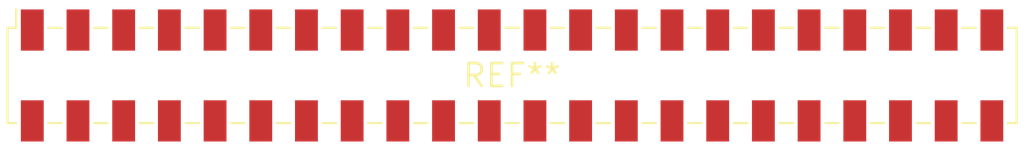
<source format=kicad_pcb>
(kicad_pcb (version 20240108) (generator pcbnew)
  (layers (0 "F.Cu" signal) (31 "B.Cu" signal) (34 "B.Paste" user) (35 "F.Paste" user) (36 "B.SilkS" user "B.Silkscreen") (37 "F.SilkS" user "F.Silkscreen") (38 "B.Mask" user) (39 "F.Mask" user) (44 "Edge.Cuts" user))
  (net 0 "")
  (footprint "Samtec_HLE-122-02-xxx-DV_2x22_P2.54mm_Horizontal" (layer "F.Cu") (at 0 0)
    (property "Reference" "REF**")
    (property "Value" "Samtec_HLE-122-02-xxx-DV_2x22_P2.54mm_Horizontal")
    (fp_line (start -28.05 -2.65) (end -28.05 2.65) (layer "F.SilkS") (stroke (width 0.12)))
    (fp_line (start -28.05 2.65) (end -27.565 2.65) (layer "F.SilkS") (stroke (width 0.12)))
    (fp_line (start -27.565 -3.67) (end -27.565 -2.65) (layer "F.SilkS") (stroke (width 0.12)))
    (fp_line (start -27.565 -2.65) (end -28.05 -2.65) (layer "F.SilkS") (stroke (width 0.12)))
    (fp_line (start -25.775 -2.65) (end -25.025 -2.65) (layer "F.SilkS") (stroke (width 0.12)))
    (fp_line (start -25.775 2.65) (end -25.025 2.65) (layer "F.SilkS") (stroke (width 0.12)))
    (fp_line (start -23.235 -2.65) (end -22.485 -2.65) (layer "F.SilkS") (stroke (width 0.12)))
    (fp_line (start -23.235 2.65) (end -22.485 2.65) (layer "F.SilkS") (stroke (width 0.12)))
    (fp_line (start -20.695 -2.65) (end -19.945 -2.65) (layer "F.SilkS") (stroke (width 0.12)))
    (fp_line (start -20.695 2.65) (end -19.945 2.65) (layer "F.SilkS") (stroke (width 0.12)))
    (fp_line (start -18.155 -2.65) (end -17.405 -2.65) (layer "F.SilkS") (stroke (width 0.12)))
    (fp_line (start -18.155 2.65) (end -17.405 2.65) (layer "F.SilkS") (stroke (width 0.12)))
    (fp_line (start -15.615 -2.65) (end -14.865 -2.65) (layer "F.SilkS") (stroke (width 0.12)))
    (fp_line (start -15.615 2.65) (end -14.865 2.65) (layer "F.SilkS") (stroke (width 0.12)))
    (fp_line (start -13.075 -2.65) (end -12.325 -2.65) (layer "F.SilkS") (stroke (width 0.12)))
    (fp_line (start -13.075 2.65) (end -12.325 2.65) (layer "F.SilkS") (stroke (width 0.12)))
    (fp_line (start -10.535 -2.65) (end -9.785 -2.65) (layer "F.SilkS") (stroke (width 0.12)))
    (fp_line (start -10.535 2.65) (end -9.785 2.65) (layer "F.SilkS") (stroke (width 0.12)))
    (fp_line (start -7.995 -2.65) (end -7.245 -2.65) (layer "F.SilkS") (stroke (width 0.12)))
    (fp_line (start -7.995 2.65) (end -7.245 2.65) (layer "F.SilkS") (stroke (width 0.12)))
    (fp_line (start -5.455 -2.65) (end -4.705 -2.65) (layer "F.SilkS") (stroke (width 0.12)))
    (fp_line (start -5.455 2.65) (end -4.705 2.65) (layer "F.SilkS") (stroke (width 0.12)))
    (fp_line (start -2.915 -2.65) (end -2.165 -2.65) (layer "F.SilkS") (stroke (width 0.12)))
    (fp_line (start -2.915 2.65) (end -2.165 2.65) (layer "F.SilkS") (stroke (width 0.12)))
    (fp_line (start -0.375 -2.65) (end 0.375 -2.65) (layer "F.SilkS") (stroke (width 0.12)))
    (fp_line (start -0.375 2.65) (end 0.375 2.65) (layer "F.SilkS") (stroke (width 0.12)))
    (fp_line (start 2.165 -2.65) (end 2.915 -2.65) (layer "F.SilkS") (stroke (width 0.12)))
    (fp_line (start 2.165 2.65) (end 2.915 2.65) (layer "F.SilkS") (stroke (width 0.12)))
    (fp_line (start 4.705 -2.65) (end 5.455 -2.65) (layer "F.SilkS") (stroke (width 0.12)))
    (fp_line (start 4.705 2.65) (end 5.455 2.65) (layer "F.SilkS") (stroke (width 0.12)))
    (fp_line (start 7.245 -2.65) (end 7.995 -2.65) (layer "F.SilkS") (stroke (width 0.12)))
    (fp_line (start 7.245 2.65) (end 7.995 2.65) (layer "F.SilkS") (stroke (width 0.12)))
    (fp_line (start 9.785 -2.65) (end 10.535 -2.65) (layer "F.SilkS") (stroke (width 0.12)))
    (fp_line (start 9.785 2.65) (end 10.535 2.65) (layer "F.SilkS") (stroke (width 0.12)))
    (fp_line (start 12.325 -2.65) (end 13.075 -2.65) (layer "F.SilkS") (stroke (width 0.12)))
    (fp_line (start 12.325 2.65) (end 13.075 2.65) (layer "F.SilkS") (stroke (width 0.12)))
    (fp_line (start 14.865 -2.65) (end 15.615 -2.65) (layer "F.SilkS") (stroke (width 0.12)))
    (fp_line (start 14.865 2.65) (end 15.615 2.65) (layer "F.SilkS") (stroke (width 0.12)))
    (fp_line (start 17.405 -2.65) (end 18.155 -2.65) (layer "F.SilkS") (stroke (width 0.12)))
    (fp_line (start 17.405 2.65) (end 18.155 2.65) (layer "F.SilkS") (stroke (width 0.12)))
    (fp_line (start 19.945 -2.65) (end 20.695 -2.65) (layer "F.SilkS") (stroke (width 0.12)))
    (fp_line (start 19.945 2.65) (end 20.695 2.65) (layer "F.SilkS") (stroke (width 0.12)))
    (fp_line (start 22.485 -2.65) (end 23.235 -2.65) (layer "F.SilkS") (stroke (width 0.12)))
    (fp_line (start 22.485 2.65) (end 23.235 2.65) (layer "F.SilkS") (stroke (width 0.12)))
    (fp_line (start 25.025 -2.65) (end 25.775 -2.65) (layer "F.SilkS") (stroke (width 0.12)))
    (fp_line (start 25.025 2.65) (end 25.775 2.65) (layer "F.SilkS") (stroke (width 0.12)))
    (fp_line (start 27.565 -2.65) (end 28.05 -2.65) (layer "F.SilkS") (stroke (width 0.12)))
    (fp_line (start 28.05 -2.65) (end 28.05 2.65) (layer "F.SilkS") (stroke (width 0.12)))
    (fp_line (start 28.05 2.65) (end 27.565 2.65) (layer "F.SilkS") (stroke (width 0.12)))
    (pad "1" smd rect (at -26.67 -2.525) (size 1.27 2.29) (layers "F.Cu" "F.Paste" "F.Mask"))
    (pad "2" smd rect (at -26.67 2.525) (size 1.27 2.29) (layers "F.Cu" "F.Paste" "F.Mask"))
    (pad "3" smd rect (at -24.13 -2.525) (size 1.27 2.29) (layers "F.Cu" "F.Paste" "F.Mask"))
    (pad "4" smd rect (at -24.13 2.525) (size 1.27 2.29) (layers "F.Cu" "F.Paste" "F.Mask"))
    (pad "5" smd rect (at -21.59 -2.525) (size 1.27 2.29) (layers "F.Cu" "F.Paste" "F.Mask"))
    (pad "6" smd rect (at -21.59 2.525) (size 1.27 2.29) (layers "F.Cu" "F.Paste" "F.Mask"))
    (pad "7" smd rect (at -19.05 -2.525) (size 1.27 2.29) (layers "F.Cu" "F.Paste" "F.Mask"))
    (pad "8" smd rect (at -19.05 2.525) (size 1.27 2.29) (layers "F.Cu" "F.Paste" "F.Mask"))
    (pad "9" smd rect (at -16.51 -2.525) (size 1.27 2.29) (layers "F.Cu" "F.Paste" "F.Mask"))
    (pad "10" smd rect (at -16.51 2.525) (size 1.27 2.29) (layers "F.Cu" "F.Paste" "F.Mask"))
    (pad "11" smd rect (at -13.97 -2.525) (size 1.27 2.29) (layers "F.Cu" "F.Paste" "F.Mask"))
    (pad "12" smd rect (at -13.97 2.525) (size 1.27 2.29) (layers "F.Cu" "F.Paste" "F.Mask"))
    (pad "13" smd rect (at -11.43 -2.525) (size 1.27 2.29) (layers "F.Cu" "F.Paste" "F.Mask"))
    (pad "14" smd rect (at -11.43 2.525) (size 1.27 2.29) (layers "F.Cu" "F.Paste" "F.Mask"))
    (pad "15" smd rect (at -8.89 -2.525) (size 1.27 2.29) (layers "F.Cu" "F.Paste" "F.Mask"))
    (pad "16" smd rect (at -8.89 2.525) (size 1.27 2.29) (layers "F.Cu" "F.Paste" "F.Mask"))
    (pad "17" smd rect (at -6.35 -2.525) (size 1.27 2.29) (layers "F.Cu" "F.Paste" "F.Mask"))
    (pad "18" smd rect (at -6.35 2.525) (size 1.27 2.29) (layers "F.Cu" "F.Paste" "F.Mask"))
    (pad "19" smd rect (at -3.81 -2.525) (size 1.27 2.29) (layers "F.Cu" "F.Paste" "F.Mask"))
    (pad "20" smd rect (at -3.81 2.525) (size 1.27 2.29) (layers "F.Cu" "F.Paste" "F.Mask"))
    (pad "21" smd rect (at -1.27 -2.525) (size 1.27 2.29) (layers "F.Cu" "F.Paste" "F.Mask"))
    (pad "22" smd rect (at -1.27 2.525) (size 1.27 2.29) (layers "F.Cu" "F.Paste" "F.Mask"))
    (pad "23" smd rect (at 1.27 -2.525) (size 1.27 2.29) (layers "F.Cu" "F.Paste" "F.Mask"))
    (pad "24" smd rect (at 1.27 2.525) (size 1.27 2.29) (layers "F.Cu" "F.Paste" "F.Mask"))
    (pad "25" smd rect (at 3.81 -2.525) (size 1.27 2.29) (layers "F.Cu" "F.Paste" "F.Mask"))
    (pad "26" smd rect (at 3.81 2.525) (size 1.27 2.29) (layers "F.Cu" "F.Paste" "F.Mask"))
    (pad "27" smd rect (at 6.35 -2.525) (size 1.27 2.29) (layers "F.Cu" "F.Paste" "F.Mask"))
    (pad "28" smd rect (at 6.35 2.525) (size 1.27 2.29) (layers "F.Cu" "F.Paste" "F.Mask"))
    (pad "29" smd rect (at 8.89 -2.525) (size 1.27 2.29) (layers "F.Cu" "F.Paste" "F.Mask"))
    (pad "30" smd rect (at 8.89 2.525) (size 1.27 2.29) (layers "F.Cu" "F.Paste" "F.Mask"))
    (pad "31" smd rect (at 11.43 -2.525) (size 1.27 2.29) (layers "F.Cu" "F.Paste" "F.Mask"))
    (pad "32" smd rect (at 11.43 2.525) (size 1.27 2.29) (layers "F.Cu" "F.Paste" "F.Mask"))
    (pad "33" smd rect (at 13.97 -2.525) (size 1.27 2.29) (layers "F.Cu" "F.Paste" "F.Mask"))
    (pad "34" smd rect (at 13.97 2.525) (size 1.27 2.29) (layers "F.Cu" "F.Paste" "F.Mask"))
    (pad "35" smd rect (at 16.51 -2.525) (size 1.27 2.29) (layers "F.Cu" "F.Paste" "F.Mask"))
    (pad "36" smd rect (at 16.51 2.525) (size 1.27 2.29) (layers "F.Cu" "F.Paste" "F.Mask"))
    (pad "37" smd rect (at 19.05 -2.525) (size 1.27 2.29) (layers "F.Cu" "F.Paste" "F.Mask"))
    (pad "38" smd rect (at 19.05 2.525) (size 1.27 2.29) (layers "F.Cu" "F.Paste" "F.Mask"))
    (pad "39" smd rect (at 21.59 -2.525) (size 1.27 2.29) (layers "F.Cu" "F.Paste" "F.Mask"))
    (pad "40" smd rect (at 21.59 2.525) (size 1.27 2.29) (layers "F.Cu" "F.Paste" "F.Mask"))
    (pad "41" smd rect (at 24.13 -2.525) (size 1.27 2.29) (layers "F.Cu" "F.Paste" "F.Mask"))
    (pad "42" smd rect (at 24.13 2.525) (size 1.27 2.29) (layers "F.Cu" "F.Paste" "F.Mask"))
    (pad "43" smd rect (at 26.67 -2.525) (size 1.27 2.29) (layers "F.Cu" "F.Paste" "F.Mask"))
    (pad "44" smd rect (at 26.67 2.525) (size 1.27 2.29) (layers "F.Cu" "F.Paste" "F.Mask"))
  )
)
</source>
